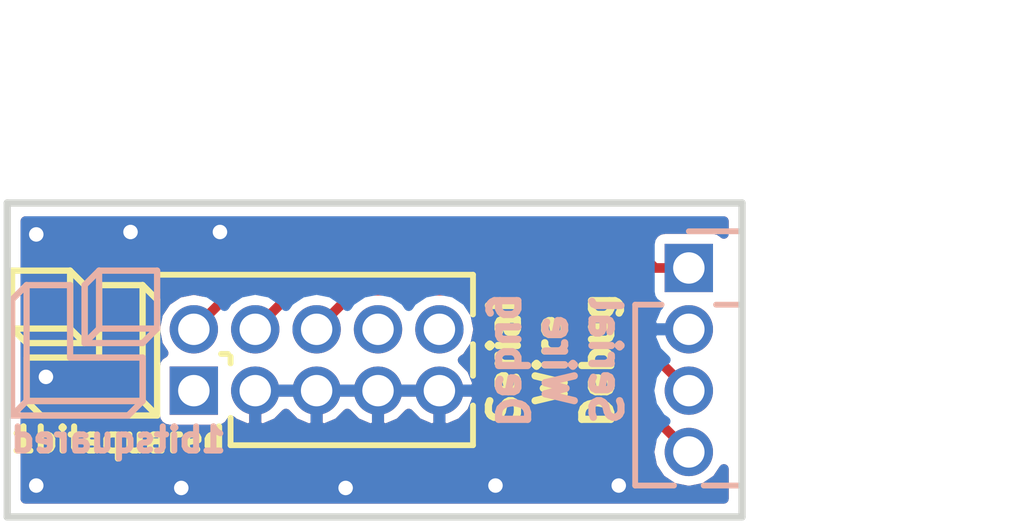
<source format=kicad_pcb>
(kicad_pcb (version 4) (host pcbnew 4.0.7-e2-6376~58~ubuntu16.04.1)

  (general
    (links 16)
    (no_connects 0)
    (area 16.87619 18.425 40.395238 27.425)
    (thickness 1.6)
    (drawings 10)
    (tracks 12)
    (zones 0)
    (modules 13)
    (nets 5)
  )

  (page A4)
  (title_block
    (title "BMP 4Pin 50mil SWD Adapter")
    (rev V1.1a)
    (company 1BitSquared)
    (comment 1 "(C) 2017 Piotr Esden-Tempski <piotr@esden.net>")
    (comment 2 "(C) 2017 1BitSquared <info@1bitsquared.com>")
    (comment 3 "License: CC-BY-SA V4.0")
  )

  (layers
    (0 F.Cu signal)
    (31 B.Cu signal)
    (32 B.Adhes user)
    (33 F.Adhes user)
    (34 B.Paste user)
    (35 F.Paste user)
    (36 B.SilkS user)
    (37 F.SilkS user)
    (38 B.Mask user)
    (39 F.Mask user)
    (40 Dwgs.User user)
    (41 Cmts.User user)
    (42 Eco1.User user)
    (43 Eco2.User user)
    (44 Edge.Cuts user)
    (45 Margin user)
    (46 B.CrtYd user)
    (47 F.CrtYd user)
    (48 B.Fab user)
    (49 F.Fab user)
  )

  (setup
    (last_trace_width 0.2)
    (trace_clearance 0.2)
    (zone_clearance 0.508)
    (zone_45_only no)
    (trace_min 0.2)
    (segment_width 0.15)
    (edge_width 0.15)
    (via_size 0.5)
    (via_drill 0.3)
    (via_min_size 0.5)
    (via_min_drill 0.3)
    (uvia_size 0.3)
    (uvia_drill 0.1)
    (uvias_allowed no)
    (uvia_min_size 0.2)
    (uvia_min_drill 0.1)
    (pcb_text_width 0.3)
    (pcb_text_size 1.5 1.5)
    (mod_edge_width 0.15)
    (mod_text_size 1 1)
    (mod_text_width 0.15)
    (pad_size 0.5 0.5)
    (pad_drill 0.3)
    (pad_to_mask_clearance 0.04)
    (aux_axis_origin 0 0)
    (visible_elements FFFFFF7F)
    (pcbplotparams
      (layerselection 0x010f0_80000001)
      (usegerberextensions true)
      (excludeedgelayer true)
      (linewidth 0.300000)
      (plotframeref false)
      (viasonmask false)
      (mode 1)
      (useauxorigin false)
      (hpglpennumber 1)
      (hpglpenspeed 20)
      (hpglpendiameter 15)
      (hpglpenoverlay 2)
      (psnegative false)
      (psa4output false)
      (plotreference true)
      (plotvalue true)
      (plotinvisibletext false)
      (padsonsilk false)
      (subtractmaskfromsilk true)
      (outputformat 1)
      (mirror false)
      (drillshape 0)
      (scaleselection 1)
      (outputdirectory bmp_4pin_gerber))
  )

  (net 0 "")
  (net 1 /TMS/SWDIO)
  (net 2 GND)
  (net 3 /TCK/SWCLK)
  (net 4 /TDO/TRACESWO)

  (net_class Default "This is the default net class."
    (clearance 0.2)
    (trace_width 0.2)
    (via_dia 0.5)
    (via_drill 0.3)
    (uvia_dia 0.3)
    (uvia_drill 0.1)
    (add_net /TCK/SWCLK)
    (add_net /TDO/TRACESWO)
    (add_net /TMS/SWDIO)
    (add_net GND)
  )

  (module Pin_Headers:Pin_Header_Straight_2x05_Pitch1.27mm (layer F.Cu) (tedit 5A301978) (tstamp 5A381392)
    (at 26.4 23.25 90)
    (descr "Through hole straight pin header, 2x05, 1.27mm pitch, double rows")
    (tags "Through hole pin header THT 2x05 1.27mm double row")
    (path /5A2E69B0)
    (fp_text reference X1 (at 0 -4.235 90) (layer F.Fab) hide
      (effects (font (size 1 1) (thickness 0.15)))
    )
    (fp_text value JTAG-10 (at 0 4.235 90) (layer F.Fab) hide
      (effects (font (size 1 1) (thickness 0.15)))
    )
    (fp_line (start -0.8525 -3.175) (end 1.705 -3.175) (layer F.Fab) (width 0.1))
    (fp_line (start 1.705 -3.175) (end 1.705 3.175) (layer F.Fab) (width 0.1))
    (fp_line (start 1.705 3.175) (end -1.705 3.175) (layer F.Fab) (width 0.1))
    (fp_line (start -1.705 3.175) (end -1.705 -2.3225) (layer F.Fab) (width 0.1))
    (fp_line (start -1.705 -2.3225) (end -0.8525 -3.175) (layer F.Fab) (width 0.1))
    (fp_line (start -1.765 3.235) (end -0.94253 3.235) (layer F.SilkS) (width 0.12))
    (fp_line (start 0.94253 3.235) (end 1.765 3.235) (layer F.SilkS) (width 0.12))
    (fp_line (start -0.32747 3.235) (end 0.32747 3.235) (layer F.SilkS) (width 0.12))
    (fp_line (start -1.765 -1.78) (end -1.765 3.235) (layer F.SilkS) (width 0.12))
    (fp_line (start 1.765 -3.235) (end 1.765 3.235) (layer F.SilkS) (width 0.12))
    (fp_line (start -1.765 -1.78) (end -1.198471 -1.78) (layer F.SilkS) (width 0.12))
    (fp_line (start -0.071529 -1.78) (end 0.071529 -1.78) (layer F.SilkS) (width 0.12))
    (fp_line (start 0.125 -1.833471) (end 0.125 -1.976529) (layer F.SilkS) (width 0.12))
    (fp_line (start -2.235 -3.69) (end -2.235 3.71) (layer F.CrtYd) (width 0.05))
    (fp_line (start -2.235 3.71) (end 2.215 3.71) (layer F.CrtYd) (width 0.05))
    (fp_line (start 2.215 3.71) (end 2.215 -3.69) (layer F.CrtYd) (width 0.05))
    (fp_line (start 2.215 -3.69) (end -2.235 -3.69) (layer F.CrtYd) (width 0.05))
    (fp_text user %R (at -3.302 0 180) (layer F.Fab) hide
      (effects (font (size 1 1) (thickness 0.15)))
    )
    (pad 1 thru_hole rect (at -0.635 -2.54 90) (size 1 1) (drill 0.65) (layers *.Cu *.Mask))
    (pad 2 thru_hole oval (at 0.635 -2.54 90) (size 1 1) (drill 0.65) (layers *.Cu *.Mask)
      (net 1 /TMS/SWDIO))
    (pad 3 thru_hole oval (at -0.635 -1.27 90) (size 1 1) (drill 0.65) (layers *.Cu *.Mask)
      (net 2 GND))
    (pad 4 thru_hole oval (at 0.635 -1.27 90) (size 1 1) (drill 0.65) (layers *.Cu *.Mask)
      (net 3 /TCK/SWCLK))
    (pad 5 thru_hole oval (at -0.635 0 90) (size 1 1) (drill 0.65) (layers *.Cu *.Mask)
      (net 2 GND))
    (pad 6 thru_hole oval (at 0.635 0 90) (size 1 1) (drill 0.65) (layers *.Cu *.Mask)
      (net 4 /TDO/TRACESWO))
    (pad 7 thru_hole oval (at -0.635 1.27 90) (size 1 1) (drill 0.65) (layers *.Cu *.Mask)
      (net 2 GND))
    (pad 8 thru_hole oval (at 0.635 1.27 90) (size 1 1) (drill 0.65) (layers *.Cu *.Mask))
    (pad 9 thru_hole oval (at -0.635 2.54 90) (size 1 1) (drill 0.65) (layers *.Cu *.Mask)
      (net 2 GND))
    (pad 10 thru_hole oval (at 0.635 2.54 90) (size 1 1) (drill 0.65) (layers *.Cu *.Mask))
    (model ${KISYS3DMOD}/Pin_Headers.3dshapes/Pin_Header_Straight_2x05_Pitch1.27mm.wrl
      (at (xyz -0.025 0.1 0))
      (scale (xyz 1 1 1))
      (rotate (xyz 0 0 0))
    )
  )

  (module pkl_misc:via0305 (layer F.Cu) (tedit 5A2EC6F8) (tstamp 5A3B3DD2)
    (at 30.1 25.85)
    (fp_text reference REF** (at 0 0.35) (layer F.SilkS) hide
      (effects (font (size 0.127 0.127) (thickness 0.03175)))
    )
    (fp_text value via0305 (at 0 -0.35) (layer F.Fab) hide
      (effects (font (size 0.127 0.127) (thickness 0.03175)))
    )
    (pad 1 thru_hole circle (at 0 0) (size 0.5 0.5) (drill 0.3) (layers *.Cu)
      (net 2 GND) (zone_connect 2))
  )

  (module pkl_misc:via0305 (layer F.Cu) (tedit 5A2EC6F8) (tstamp 5A3B3DCE)
    (at 23.6 25.9)
    (fp_text reference REF** (at 0 0.35) (layer F.SilkS) hide
      (effects (font (size 0.127 0.127) (thickness 0.03175)))
    )
    (fp_text value via0305 (at 0 -0.35) (layer F.Fab) hide
      (effects (font (size 0.127 0.127) (thickness 0.03175)))
    )
    (pad 1 thru_hole circle (at 0 0) (size 0.5 0.5) (drill 0.3) (layers *.Cu)
      (net 2 GND) (zone_connect 2))
  )

  (module pkl_misc:via0305 (layer F.Cu) (tedit 5A2EC6F8) (tstamp 5A3B3DC6)
    (at 27 25.9)
    (fp_text reference REF** (at 0 0.35) (layer F.SilkS) hide
      (effects (font (size 0.127 0.127) (thickness 0.03175)))
    )
    (fp_text value via0305 (at 0 -0.35) (layer F.Fab) hide
      (effects (font (size 0.127 0.127) (thickness 0.03175)))
    )
    (pad 1 thru_hole circle (at 0 0) (size 0.5 0.5) (drill 0.3) (layers *.Cu)
      (net 2 GND) (zone_connect 2))
  )

  (module pkl_misc:via0305 (layer F.Cu) (tedit 5A2EC6F8) (tstamp 5A3B3DC2)
    (at 22.55 20.6)
    (fp_text reference REF** (at 0 0.35) (layer F.SilkS) hide
      (effects (font (size 0.127 0.127) (thickness 0.03175)))
    )
    (fp_text value via0305 (at 0 -0.35) (layer F.Fab) hide
      (effects (font (size 0.127 0.127) (thickness 0.03175)))
    )
    (pad 1 thru_hole circle (at 0 0) (size 0.5 0.5) (drill 0.3) (layers *.Cu)
      (net 2 GND) (zone_connect 2))
  )

  (module pkl_misc:via0305 (layer F.Cu) (tedit 5A2EC6F8) (tstamp 5A3B3DBE)
    (at 20.8 23.6)
    (fp_text reference REF** (at 0 0.35) (layer F.SilkS) hide
      (effects (font (size 0.127 0.127) (thickness 0.03175)))
    )
    (fp_text value via0305 (at 0 -0.35) (layer F.Fab) hide
      (effects (font (size 0.127 0.127) (thickness 0.03175)))
    )
    (pad 1 thru_hole circle (at 0 0) (size 0.5 0.5) (drill 0.3) (layers *.Cu)
      (net 2 GND) (zone_connect 2))
  )

  (module pkl_misc:via0305 (layer F.Cu) (tedit 5A2EC6F8) (tstamp 5A3B3DBA)
    (at 20.6 25.85)
    (fp_text reference REF** (at 0 0.35) (layer F.SilkS) hide
      (effects (font (size 0.127 0.127) (thickness 0.03175)))
    )
    (fp_text value via0305 (at 0 -0.35) (layer F.Fab) hide
      (effects (font (size 0.127 0.127) (thickness 0.03175)))
    )
    (pad 1 thru_hole circle (at 0 0) (size 0.5 0.5) (drill 0.3) (layers *.Cu)
      (net 2 GND) (zone_connect 2))
  )

  (module pkl_misc:via0305 (layer F.Cu) (tedit 5A2EC6F8) (tstamp 5A3B3DB6)
    (at 24.4 20.6)
    (fp_text reference REF** (at 0 0.35) (layer F.SilkS) hide
      (effects (font (size 0.127 0.127) (thickness 0.03175)))
    )
    (fp_text value via0305 (at 0 -0.35) (layer F.Fab) hide
      (effects (font (size 0.127 0.127) (thickness 0.03175)))
    )
    (pad 1 thru_hole circle (at 0 0) (size 0.5 0.5) (drill 0.3) (layers *.Cu)
      (net 2 GND) (zone_connect 2))
  )

  (module pkl_misc:via0305 (layer F.Cu) (tedit 5A2EC6F8) (tstamp 5A3B3DB2)
    (at 20.6 20.65)
    (fp_text reference REF** (at 0 0.35) (layer F.SilkS) hide
      (effects (font (size 0.127 0.127) (thickness 0.03175)))
    )
    (fp_text value via0305 (at 0 -0.35) (layer F.Fab) hide
      (effects (font (size 0.127 0.127) (thickness 0.03175)))
    )
    (pad 1 thru_hole circle (at 0 0) (size 0.5 0.5) (drill 0.3) (layers *.Cu)
      (net 2 GND) (zone_connect 2))
  )

  (module Pin_Headers:Pin_Header_Straight_1x04_Pitch1.27mm locked (layer B.Cu) (tedit 5A2EC3F5) (tstamp 5A31CC32)
    (at 34.1 23.25 180)
    (descr "Through hole straight pin header, 1x04, 1.27mm pitch, single row")
    (tags "Through hole pin header THT 1x04 1.27mm single row")
    (path /5A2EA541)
    (fp_text reference J1 (at 0 1.695 180) (layer B.Fab) hide
      (effects (font (size 1 1) (thickness 0.15)) (justify mirror))
    )
    (fp_text value 4Pin_50mil_SWD (at 0 -3.6 180) (layer B.Fab) hide
      (effects (font (size 1 1) (thickness 0.15)) (justify mirror))
    )
    (fp_line (start -0.525 2.54) (end 1.05 2.54) (layer B.Fab) (width 0.1))
    (fp_line (start 1.05 2.54) (end 1.05 -2.54) (layer B.Fab) (width 0.1))
    (fp_line (start 1.05 -2.54) (end -1.05 -2.54) (layer B.Fab) (width 0.1))
    (fp_line (start -1.05 -2.54) (end -1.05 2.015) (layer B.Fab) (width 0.1))
    (fp_line (start -1.05 2.015) (end -0.525 2.54) (layer B.Fab) (width 0.1))
    (fp_line (start -1.11 -2.6) (end -0.30753 -2.6) (layer B.SilkS) (width 0.12))
    (fp_line (start 0.30753 -2.6) (end 1.11 -2.6) (layer B.SilkS) (width 0.12))
    (fp_line (start -1.11 1.145) (end -1.11 -2.6) (layer B.SilkS) (width 0.12))
    (fp_line (start 1.11 1.145) (end 1.11 -2.6) (layer B.SilkS) (width 0.12))
    (fp_line (start -1.11 1.145) (end -0.563471 1.145) (layer B.SilkS) (width 0.12))
    (fp_line (start 0.563471 1.145) (end 1.11 1.145) (layer B.SilkS) (width 0.12))
    (fp_line (start -1.11 1.905) (end -1.11 2.665) (layer B.SilkS) (width 0.12))
    (fp_line (start -1.11 2.665) (end 0 2.665) (layer B.SilkS) (width 0.12))
    (fp_line (start -1.55 3.055) (end -1.55 -3.045) (layer B.CrtYd) (width 0.05))
    (fp_line (start -1.55 -3.045) (end 1.55 -3.045) (layer B.CrtYd) (width 0.05))
    (fp_line (start 1.55 -3.045) (end 1.55 3.055) (layer B.CrtYd) (width 0.05))
    (fp_line (start 1.55 3.055) (end -1.55 3.055) (layer B.CrtYd) (width 0.05))
    (fp_text user %R (at 2.65 -1.94 450) (layer B.Fab) hide
      (effects (font (size 1 1) (thickness 0.15)) (justify mirror))
    )
    (pad 1 thru_hole rect (at 0 1.905 180) (size 1 1) (drill 0.65) (layers *.Cu *.Mask)
      (net 1 /TMS/SWDIO))
    (pad 2 thru_hole oval (at 0 0.635 180) (size 1 1) (drill 0.65) (layers *.Cu *.Mask)
      (net 2 GND))
    (pad 3 thru_hole oval (at 0 -0.635 180) (size 1 1) (drill 0.65) (layers *.Cu *.Mask)
      (net 3 /TCK/SWCLK))
    (pad 4 thru_hole oval (at 0 -1.905 180) (size 1 1) (drill 0.65) (layers *.Cu *.Mask)
      (net 4 /TDO/TRACESWO))
    (model ${KISYS3DMOD}/Pin_Headers.3dshapes/Pin_Header_Straight_1x04_Pitch1.27mm.wrl
      (at (xyz 0 0.075 0))
      (scale (xyz 1 1 1))
      (rotate (xyz 0 0 0))
    )
  )

  (module pkl_misc:via0305 (layer F.Cu) (tedit 5A2EC6F8) (tstamp 5A3B3DA0)
    (at 32.65 25.85)
    (fp_text reference REF** (at 0 0.35) (layer F.SilkS) hide
      (effects (font (size 0.127 0.127) (thickness 0.03175)))
    )
    (fp_text value via0305 (at 0 -0.35) (layer F.Fab) hide
      (effects (font (size 0.127 0.127) (thickness 0.03175)))
    )
    (pad 1 thru_hole circle (at 0 0) (size 0.5 0.5) (drill 0.3) (layers *.Cu)
      (net 2 GND) (zone_connect 2))
  )

  (module pkl_logos:1b2_Logo_SilkS_3mm (layer B.Cu) (tedit 5A301689) (tstamp 5A301821)
    (at 21.6 22.9 180)
    (path /5A30065E)
    (fp_text reference LOGO1 (at 0 -3 180) (layer B.Fab) hide
      (effects (font (size 1 1) (thickness 0.15)) (justify mirror))
    )
    (fp_text value 1BitSquared (at 0 3 180) (layer B.Fab) hide
      (effects (font (size 1 1) (thickness 0.15)) (justify mirror))
    )
    (fp_line (start -0.9 -1.5) (end 1.5 -1.5) (layer B.SilkS) (width 0.13))
    (fp_line (start -1.2 -1.2) (end -0.9 -1.5) (layer B.SilkS) (width 0.13))
    (fp_line (start 1.5 -1.5) (end 1.2 -1.2) (layer B.SilkS) (width 0.13))
    (fp_line (start 1.5 0.9) (end 1.5 -1.5) (layer B.SilkS) (width 0.13))
    (fp_line (start 1.2 1.2) (end 1.5 0.9) (layer B.SilkS) (width 0.13))
    (fp_line (start 1.2 -1.2) (end 1.2 1.2) (layer B.SilkS) (width 0.13))
    (fp_line (start -1.2 -1.2) (end 1.2 -1.2) (layer B.SilkS) (width 0.13))
    (fp_line (start -1.2 -0.3) (end -1.2 -1.2) (layer B.SilkS) (width 0.13))
    (fp_line (start 0.3 -0.3) (end -1.2 -0.3) (layer B.SilkS) (width 0.13))
    (fp_line (start 0.3 1.2) (end 0.3 -0.3) (layer B.SilkS) (width 0.13))
    (fp_line (start 1.2 1.2) (end 0.3 1.2) (layer B.SilkS) (width 0.13))
    (fp_line (start -1.2 0) (end 0 0) (layer B.SilkS) (width 0.13))
    (fp_line (start -1.5 0.3) (end -1.2 0) (layer B.SilkS) (width 0.13))
    (fp_line (start 0 0) (end -0.3 0.3) (layer B.SilkS) (width 0.13))
    (fp_line (start 0 1.2) (end 0 0) (layer B.SilkS) (width 0.13))
    (fp_line (start -0.3 1.5) (end 0 1.2) (layer B.SilkS) (width 0.13))
    (fp_line (start -1.5 0.3) (end -0.3 0.3) (layer B.SilkS) (width 0.13))
    (fp_line (start -1.5 1.5) (end -1.5 0.3) (layer B.SilkS) (width 0.13))
    (fp_line (start -0.3 1.5) (end -1.5 1.5) (layer B.SilkS) (width 0.13))
    (fp_line (start -0.3 0.3) (end -0.3 1.5) (layer B.SilkS) (width 0.13))
  )

  (module pkl_logos:1b2_Logo_SilkS_3mm (layer F.Cu) (tedit 5A3018FD) (tstamp 5A301AB7)
    (at 21.6 22.9)
    (path /5A3018D9)
    (fp_text reference LOGO2 (at 0 3) (layer F.Fab) hide
      (effects (font (size 1 1) (thickness 0.15)))
    )
    (fp_text value 1BitSquared (at 0 -3) (layer F.Fab) hide
      (effects (font (size 1 1) (thickness 0.15)))
    )
    (fp_line (start -0.9 1.5) (end 1.5 1.5) (layer F.SilkS) (width 0.13))
    (fp_line (start -1.2 1.2) (end -0.9 1.5) (layer F.SilkS) (width 0.13))
    (fp_line (start 1.5 1.5) (end 1.2 1.2) (layer F.SilkS) (width 0.13))
    (fp_line (start 1.5 -0.9) (end 1.5 1.5) (layer F.SilkS) (width 0.13))
    (fp_line (start 1.2 -1.2) (end 1.5 -0.9) (layer F.SilkS) (width 0.13))
    (fp_line (start 1.2 1.2) (end 1.2 -1.2) (layer F.SilkS) (width 0.13))
    (fp_line (start -1.2 1.2) (end 1.2 1.2) (layer F.SilkS) (width 0.13))
    (fp_line (start -1.2 0.3) (end -1.2 1.2) (layer F.SilkS) (width 0.13))
    (fp_line (start 0.3 0.3) (end -1.2 0.3) (layer F.SilkS) (width 0.13))
    (fp_line (start 0.3 -1.2) (end 0.3 0.3) (layer F.SilkS) (width 0.13))
    (fp_line (start 1.2 -1.2) (end 0.3 -1.2) (layer F.SilkS) (width 0.13))
    (fp_line (start -1.2 0) (end 0 0) (layer F.SilkS) (width 0.13))
    (fp_line (start -1.5 -0.3) (end -1.2 0) (layer F.SilkS) (width 0.13))
    (fp_line (start 0 0) (end -0.3 -0.3) (layer F.SilkS) (width 0.13))
    (fp_line (start 0 -1.2) (end 0 0) (layer F.SilkS) (width 0.13))
    (fp_line (start -0.3 -1.5) (end 0 -1.2) (layer F.SilkS) (width 0.13))
    (fp_line (start -1.5 -0.3) (end -0.3 -0.3) (layer F.SilkS) (width 0.13))
    (fp_line (start -1.5 -1.5) (end -1.5 -0.3) (layer F.SilkS) (width 0.13))
    (fp_line (start -0.3 -1.5) (end -1.5 -1.5) (layer F.SilkS) (width 0.13))
    (fp_line (start -0.3 -0.3) (end -0.3 -1.5) (layer F.SilkS) (width 0.13))
  )

  (dimension 6.5 (width 0.3) (layer Dwgs.User)
    (gr_text "6.5 mm" (at 38.35 23.25 90) (layer Dwgs.User) (tstamp 5A3044E5)
      (effects (font (size 1.5 1.5) (thickness 0.3)))
    )
    (feature1 (pts (xy 35.2 20) (xy 39.7 20)))
    (feature2 (pts (xy 35.2 26.5) (xy 39.7 26.5)))
    (crossbar (pts (xy 37 26.5) (xy 37 20)))
    (arrow1a (pts (xy 37 20) (xy 37.586421 21.126504)))
    (arrow1b (pts (xy 37 20) (xy 36.413579 21.126504)))
    (arrow2a (pts (xy 37 26.5) (xy 37.586421 25.373496)))
    (arrow2b (pts (xy 37 26.5) (xy 36.413579 25.373496)))
  )
  (dimension 15.2 (width 0.3) (layer Dwgs.User)
    (gr_text "15.200 mm" (at 27.6 17.65) (layer Dwgs.User)
      (effects (font (size 1.5 1.5) (thickness 0.3)))
    )
    (feature1 (pts (xy 35.2 20) (xy 35.2 16.3)))
    (feature2 (pts (xy 20 20) (xy 20 16.3)))
    (crossbar (pts (xy 20 19) (xy 35.2 19)))
    (arrow1a (pts (xy 35.2 19) (xy 34.073496 19.586421)))
    (arrow1b (pts (xy 35.2 19) (xy 34.073496 18.413579)))
    (arrow2a (pts (xy 20 19) (xy 21.126504 19.586421)))
    (arrow2b (pts (xy 20 19) (xy 21.126504 18.413579)))
  )
  (gr_text 1bitsquared (at 22.3 24.9) (layer F.SilkS) (tstamp 5A301B01)
    (effects (font (size 0.5 0.5) (thickness 0.125)))
  )
  (gr_text 1bitsquared (at 22.3 24.9) (layer B.SilkS)
    (effects (font (size 0.5 0.5) (thickness 0.125)) (justify mirror))
  )
  (gr_text "Serial\nWire\nDebug" (at 31.4 23.25 270) (layer B.SilkS) (tstamp 5A3B3DD7)
    (effects (font (size 0.6 0.6) (thickness 0.15)) (justify mirror))
  )
  (gr_text "Serial\nWire\nDebug" (at 31.25 23.25 90) (layer F.SilkS)
    (effects (font (size 0.6 0.6) (thickness 0.15)))
  )
  (gr_line (start 20 26.5) (end 20 20) (layer Edge.Cuts) (width 0.15))
  (gr_line (start 35.2 26.5) (end 20 26.5) (layer Edge.Cuts) (width 0.15))
  (gr_line (start 35.2 20) (end 35.2 26.5) (layer Edge.Cuts) (width 0.15))
  (gr_line (start 20 20) (end 35.2 20) (layer Edge.Cuts) (width 0.15))

  (segment (start 23.86 22.615) (end 25.475 21) (width 0.2) (layer F.Cu) (net 1))
  (segment (start 25.475 21) (end 33.055 21) (width 0.2) (layer F.Cu) (net 1))
  (segment (start 33.055 21) (end 33.4 21.345) (width 0.2) (layer F.Cu) (net 1))
  (segment (start 33.4 21.345) (end 34.1 21.345) (width 0.2) (layer F.Cu) (net 1))
  (segment (start 25.13 22.615) (end 26.345 21.4) (width 0.2) (layer F.Cu) (net 3))
  (segment (start 26.345 21.4) (end 31.615 21.4) (width 0.2) (layer F.Cu) (net 3))
  (segment (start 31.615 21.4) (end 33.3 23.085) (width 0.2) (layer F.Cu) (net 3))
  (segment (start 33.3 23.085) (end 34.1 23.885) (width 0.2) (layer F.Cu) (net 3))
  (segment (start 33.600001 24.655001) (end 34.1 25.155) (width 0.2) (layer F.Cu) (net 4))
  (segment (start 30.759999 21.814999) (end 33.600001 24.655001) (width 0.2) (layer F.Cu) (net 4))
  (segment (start 27.200001 21.814999) (end 30.759999 21.814999) (width 0.2) (layer F.Cu) (net 4))
  (segment (start 26.4 22.615) (end 27.200001 21.814999) (width 0.2) (layer F.Cu) (net 4))

  (zone (net 2) (net_name GND) (layer F.Cu) (tstamp 0) (hatch edge 0.508)
    (connect_pads (clearance 0.2))
    (min_thickness 0.2)
    (fill yes (arc_segments 16) (thermal_gap 0.2) (thermal_bridge_width 0.25))
    (polygon
      (pts
        (xy 20 20) (xy 35.2 20) (xy 35.2 26.5) (xy 20 26.5)
      )
    )
    (filled_polygon
      (pts
        (xy 34.825 20.640649) (xy 34.819255 20.631721) (xy 34.719003 20.563222) (xy 34.6 20.539123) (xy 33.6 20.539123)
        (xy 33.488827 20.560042) (xy 33.386721 20.625745) (xy 33.328519 20.710927) (xy 33.208074 20.630448) (xy 33.055 20.6)
        (xy 25.475 20.6) (xy 25.321926 20.630448) (xy 25.192157 20.717157) (xy 24.068512 21.840802) (xy 23.86 21.799327)
        (xy 23.553853 21.860223) (xy 23.294315 22.033642) (xy 23.120896 22.29318) (xy 23.06 22.599327) (xy 23.06 22.630673)
        (xy 23.120896 22.93682) (xy 23.235632 23.108533) (xy 23.146721 23.165745) (xy 23.078222 23.265997) (xy 23.054123 23.385)
        (xy 23.054123 24.385) (xy 23.075042 24.496173) (xy 23.140745 24.598279) (xy 23.240997 24.666778) (xy 23.36 24.690877)
        (xy 24.36 24.690877) (xy 24.471173 24.669958) (xy 24.573279 24.604255) (xy 24.640357 24.506083) (xy 24.680225 24.546596)
        (xy 24.967644 24.668356) (xy 24.980221 24.670854) (xy 25.105 24.609569) (xy 25.105 23.91) (xy 25.155 23.91)
        (xy 25.155 24.609569) (xy 25.279779 24.670854) (xy 25.292356 24.668356) (xy 25.579775 24.546596) (xy 25.765 24.358378)
        (xy 25.950225 24.546596) (xy 26.237644 24.668356) (xy 26.250221 24.670854) (xy 26.375 24.609569) (xy 26.375 23.91)
        (xy 26.425 23.91) (xy 26.425 24.609569) (xy 26.549779 24.670854) (xy 26.562356 24.668356) (xy 26.849775 24.546596)
        (xy 27.035 24.358378) (xy 27.220225 24.546596) (xy 27.507644 24.668356) (xy 27.520221 24.670854) (xy 27.645 24.609569)
        (xy 27.645 23.91) (xy 27.695 23.91) (xy 27.695 24.609569) (xy 27.819779 24.670854) (xy 27.832356 24.668356)
        (xy 28.119775 24.546596) (xy 28.305 24.358378) (xy 28.490225 24.546596) (xy 28.777644 24.668356) (xy 28.790221 24.670854)
        (xy 28.915 24.609569) (xy 28.915 23.91) (xy 28.965 23.91) (xy 28.965 24.609569) (xy 29.089779 24.670854)
        (xy 29.102356 24.668356) (xy 29.389775 24.546596) (xy 29.60872 24.324113) (xy 29.725858 24.034779) (xy 29.664613 23.91)
        (xy 28.965 23.91) (xy 28.915 23.91) (xy 27.695 23.91) (xy 27.645 23.91) (xy 26.425 23.91)
        (xy 26.375 23.91) (xy 25.155 23.91) (xy 25.105 23.91) (xy 25.085 23.91) (xy 25.085 23.86)
        (xy 25.105 23.86) (xy 25.105 23.84) (xy 25.155 23.84) (xy 25.155 23.86) (xy 26.375 23.86)
        (xy 26.375 23.84) (xy 26.425 23.84) (xy 26.425 23.86) (xy 27.645 23.86) (xy 27.645 23.84)
        (xy 27.695 23.84) (xy 27.695 23.86) (xy 28.915 23.86) (xy 28.915 23.84) (xy 28.965 23.84)
        (xy 28.965 23.86) (xy 29.664613 23.86) (xy 29.725858 23.735221) (xy 29.60872 23.445887) (xy 29.4197 23.253812)
        (xy 29.505685 23.196358) (xy 29.679104 22.93682) (xy 29.74 22.630673) (xy 29.74 22.599327) (xy 29.679104 22.29318)
        (xy 29.626865 22.214999) (xy 30.594313 22.214999) (xy 33.317156 24.937841) (xy 33.317158 24.937844) (xy 33.325802 24.946488)
        (xy 33.284327 25.155) (xy 33.345223 25.461147) (xy 33.518642 25.720685) (xy 33.77818 25.894104) (xy 34.084327 25.955)
        (xy 34.115673 25.955) (xy 34.42182 25.894104) (xy 34.681358 25.720685) (xy 34.825 25.505711) (xy 34.825 26.125)
        (xy 20.375 26.125) (xy 20.375 20.375) (xy 34.825 20.375)
      )
    )
    (filled_polygon
      (pts
        (xy 34.125 22.59) (xy 34.145 22.59) (xy 34.145 22.64) (xy 34.125 22.64) (xy 34.125 22.66)
        (xy 34.075 22.66) (xy 34.075 22.64) (xy 34.055 22.64) (xy 34.055 22.59) (xy 34.075 22.59)
        (xy 34.075 22.57) (xy 34.125 22.57)
      )
    )
  )
  (zone (net 2) (net_name GND) (layer B.Cu) (tstamp 0) (hatch edge 0.508)
    (connect_pads (clearance 0.2))
    (min_thickness 0.2)
    (fill yes (arc_segments 16) (thermal_gap 0.2) (thermal_bridge_width 0.25))
    (polygon
      (pts
        (xy 20 20) (xy 35.2 20) (xy 35.2 26.5) (xy 20 26.5)
      )
    )
    (filled_polygon
      (pts
        (xy 34.825 20.640649) (xy 34.819255 20.631721) (xy 34.719003 20.563222) (xy 34.6 20.539123) (xy 33.6 20.539123)
        (xy 33.488827 20.560042) (xy 33.386721 20.625745) (xy 33.318222 20.725997) (xy 33.294123 20.845) (xy 33.294123 21.845)
        (xy 33.315042 21.956173) (xy 33.380745 22.058279) (xy 33.478917 22.125357) (xy 33.438404 22.165225) (xy 33.316644 22.452644)
        (xy 33.314146 22.465221) (xy 33.375431 22.59) (xy 34.075 22.59) (xy 34.075 22.57) (xy 34.125 22.57)
        (xy 34.125 22.59) (xy 34.145 22.59) (xy 34.145 22.64) (xy 34.125 22.64) (xy 34.125 22.66)
        (xy 34.075 22.66) (xy 34.075 22.64) (xy 33.375431 22.64) (xy 33.314146 22.764779) (xy 33.316644 22.777356)
        (xy 33.438404 23.064775) (xy 33.624906 23.248311) (xy 33.518642 23.319315) (xy 33.345223 23.578853) (xy 33.284327 23.885)
        (xy 33.345223 24.191147) (xy 33.518642 24.450685) (xy 33.622378 24.52) (xy 33.518642 24.589315) (xy 33.345223 24.848853)
        (xy 33.284327 25.155) (xy 33.345223 25.461147) (xy 33.518642 25.720685) (xy 33.77818 25.894104) (xy 34.084327 25.955)
        (xy 34.115673 25.955) (xy 34.42182 25.894104) (xy 34.681358 25.720685) (xy 34.825 25.505711) (xy 34.825 26.125)
        (xy 20.375 26.125) (xy 20.375 23.385) (xy 23.054123 23.385) (xy 23.054123 24.385) (xy 23.075042 24.496173)
        (xy 23.140745 24.598279) (xy 23.240997 24.666778) (xy 23.36 24.690877) (xy 24.36 24.690877) (xy 24.471173 24.669958)
        (xy 24.573279 24.604255) (xy 24.640357 24.506083) (xy 24.680225 24.546596) (xy 24.967644 24.668356) (xy 24.980221 24.670854)
        (xy 25.105 24.609569) (xy 25.105 23.91) (xy 25.155 23.91) (xy 25.155 24.609569) (xy 25.279779 24.670854)
        (xy 25.292356 24.668356) (xy 25.579775 24.546596) (xy 25.765 24.358378) (xy 25.950225 24.546596) (xy 26.237644 24.668356)
        (xy 26.250221 24.670854) (xy 26.375 24.609569) (xy 26.375 23.91) (xy 26.425 23.91) (xy 26.425 24.609569)
        (xy 26.549779 24.670854) (xy 26.562356 24.668356) (xy 26.849775 24.546596) (xy 27.035 24.358378) (xy 27.220225 24.546596)
        (xy 27.507644 24.668356) (xy 27.520221 24.670854) (xy 27.645 24.609569) (xy 27.645 23.91) (xy 27.695 23.91)
        (xy 27.695 24.609569) (xy 27.819779 24.670854) (xy 27.832356 24.668356) (xy 28.119775 24.546596) (xy 28.305 24.358378)
        (xy 28.490225 24.546596) (xy 28.777644 24.668356) (xy 28.790221 24.670854) (xy 28.915 24.609569) (xy 28.915 23.91)
        (xy 28.965 23.91) (xy 28.965 24.609569) (xy 29.089779 24.670854) (xy 29.102356 24.668356) (xy 29.389775 24.546596)
        (xy 29.60872 24.324113) (xy 29.725858 24.034779) (xy 29.664613 23.91) (xy 28.965 23.91) (xy 28.915 23.91)
        (xy 27.695 23.91) (xy 27.645 23.91) (xy 26.425 23.91) (xy 26.375 23.91) (xy 25.155 23.91)
        (xy 25.105 23.91) (xy 25.085 23.91) (xy 25.085 23.86) (xy 25.105 23.86) (xy 25.105 23.84)
        (xy 25.155 23.84) (xy 25.155 23.86) (xy 26.375 23.86) (xy 26.375 23.84) (xy 26.425 23.84)
        (xy 26.425 23.86) (xy 27.645 23.86) (xy 27.645 23.84) (xy 27.695 23.84) (xy 27.695 23.86)
        (xy 28.915 23.86) (xy 28.915 23.84) (xy 28.965 23.84) (xy 28.965 23.86) (xy 29.664613 23.86)
        (xy 29.725858 23.735221) (xy 29.60872 23.445887) (xy 29.4197 23.253812) (xy 29.505685 23.196358) (xy 29.679104 22.93682)
        (xy 29.74 22.630673) (xy 29.74 22.599327) (xy 29.679104 22.29318) (xy 29.505685 22.033642) (xy 29.246147 21.860223)
        (xy 28.94 21.799327) (xy 28.633853 21.860223) (xy 28.374315 22.033642) (xy 28.305 22.137378) (xy 28.235685 22.033642)
        (xy 27.976147 21.860223) (xy 27.67 21.799327) (xy 27.363853 21.860223) (xy 27.104315 22.033642) (xy 27.035 22.137378)
        (xy 26.965685 22.033642) (xy 26.706147 21.860223) (xy 26.4 21.799327) (xy 26.093853 21.860223) (xy 25.834315 22.033642)
        (xy 25.765 22.137378) (xy 25.695685 22.033642) (xy 25.436147 21.860223) (xy 25.13 21.799327) (xy 24.823853 21.860223)
        (xy 24.564315 22.033642) (xy 24.495 22.137378) (xy 24.425685 22.033642) (xy 24.166147 21.860223) (xy 23.86 21.799327)
        (xy 23.553853 21.860223) (xy 23.294315 22.033642) (xy 23.120896 22.29318) (xy 23.06 22.599327) (xy 23.06 22.630673)
        (xy 23.120896 22.93682) (xy 23.235632 23.108533) (xy 23.146721 23.165745) (xy 23.078222 23.265997) (xy 23.054123 23.385)
        (xy 20.375 23.385) (xy 20.375 20.375) (xy 34.825 20.375)
      )
    )
  )
)

</source>
